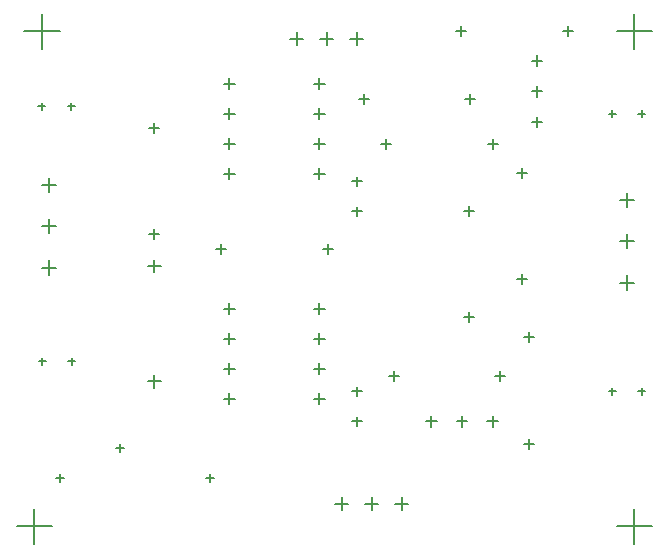
<source format=gbr>
G04*
G04 #@! TF.GenerationSoftware,Altium Limited,Altium Designer,22.11.1 (43)*
G04*
G04 Layer_Color=128*
%FSLAX25Y25*%
%MOIN*%
G70*
G04*
G04 #@! TF.SameCoordinates,34BA6C89-1513-464C-97D9-C909BE296102*
G04*
G04*
G04 #@! TF.FilePolarity,Positive*
G04*
G01*
G75*
%ADD54C,0.00500*%
D54*
X165965Y50000D02*
X169508D01*
X167736Y48228D02*
Y51772D01*
X145492Y50000D02*
X149035D01*
X147264Y48228D02*
Y51772D01*
X155728Y50000D02*
X159272D01*
X157500Y48228D02*
Y51772D01*
X180728Y149764D02*
X184272D01*
X182500Y147992D02*
Y151535D01*
X180728Y170236D02*
X184272D01*
X182500Y168465D02*
Y172008D01*
X180728Y160000D02*
X184272D01*
X182500Y158228D02*
Y161772D01*
X135335Y22500D02*
X139665D01*
X137500Y20335D02*
Y24665D01*
X125335Y22500D02*
X129665D01*
X127500Y20335D02*
Y24665D01*
X115335Y22500D02*
X119665D01*
X117500Y20335D02*
Y24665D01*
X120925Y130000D02*
X124075D01*
X122500Y128425D02*
Y131575D01*
X120925Y120000D02*
X124075D01*
X122500Y118425D02*
Y121575D01*
X9094Y15000D02*
X20906D01*
X15000Y9094D02*
Y20906D01*
X209095Y15000D02*
X220905D01*
X215000Y9094D02*
Y20906D01*
X209095Y180000D02*
X220905D01*
X215000Y174094D02*
Y185906D01*
X11594Y180000D02*
X23405D01*
X17500Y174094D02*
Y185906D01*
X178327Y77933D02*
X181673D01*
X180000Y76260D02*
Y79606D01*
X178327Y42500D02*
X181673D01*
X180000Y40827D02*
Y44173D01*
X216240Y60000D02*
X218602D01*
X217421Y58819D02*
Y61181D01*
X206398Y60000D02*
X208760D01*
X207579Y58819D02*
Y61181D01*
X16398Y70000D02*
X18760D01*
X17579Y68819D02*
Y71181D01*
X26240Y70000D02*
X28602D01*
X27421Y68819D02*
Y71181D01*
X26161Y155000D02*
X28524D01*
X27343Y153819D02*
Y156181D01*
X16319Y155000D02*
X18681D01*
X17500Y153819D02*
Y156181D01*
X206398Y152500D02*
X208760D01*
X207579Y151319D02*
Y153681D01*
X216240Y152500D02*
X218602D01*
X217421Y151319D02*
Y153681D01*
X72106Y31004D02*
X74862D01*
X73484Y29626D02*
Y32382D01*
X42106Y41004D02*
X44862D01*
X43484Y39626D02*
Y42382D01*
X22106Y31004D02*
X24862D01*
X23484Y29626D02*
Y32382D01*
X120925Y60000D02*
X124075D01*
X122500Y58425D02*
Y61575D01*
X120925Y50000D02*
X124075D01*
X122500Y48425D02*
Y51575D01*
X78228Y162500D02*
X81772D01*
X80000Y160728D02*
Y164272D01*
X78228Y152500D02*
X81772D01*
X80000Y150728D02*
Y154272D01*
X78228Y142500D02*
X81772D01*
X80000Y140728D02*
Y144272D01*
X78228Y132500D02*
X81772D01*
X80000Y130728D02*
Y134272D01*
X108228Y162500D02*
X111772D01*
X110000Y160728D02*
Y164272D01*
X108228Y152500D02*
X111772D01*
X110000Y150728D02*
Y154272D01*
X108228Y142500D02*
X111772D01*
X110000Y140728D02*
Y144272D01*
X108228Y132500D02*
X111772D01*
X110000Y130728D02*
Y134272D01*
X78228Y87500D02*
X81772D01*
X80000Y85728D02*
Y89272D01*
X78228Y77500D02*
X81772D01*
X80000Y75728D02*
Y79272D01*
X78228Y67500D02*
X81772D01*
X80000Y65728D02*
Y69272D01*
X78228Y57500D02*
X81772D01*
X80000Y55728D02*
Y59272D01*
X108228Y87500D02*
X111772D01*
X110000Y85728D02*
Y89272D01*
X108228Y77500D02*
X111772D01*
X110000Y75728D02*
Y79272D01*
X108228Y67500D02*
X111772D01*
X110000Y65728D02*
Y69272D01*
X108228Y57500D02*
X111772D01*
X110000Y55728D02*
Y59272D01*
X120335Y177500D02*
X124665D01*
X122500Y175335D02*
Y179665D01*
X110335Y177500D02*
X114665D01*
X112500Y175335D02*
Y179665D01*
X100335Y177500D02*
X104665D01*
X102500Y175335D02*
Y179665D01*
X155610Y180000D02*
X158957D01*
X157283Y178327D02*
Y181673D01*
X191043Y180000D02*
X194390D01*
X192717Y178327D02*
Y181673D01*
X53327Y112284D02*
X56673D01*
X55000Y110610D02*
Y113957D01*
X53327Y147716D02*
X56673D01*
X55000Y146043D02*
Y149390D01*
X123110Y157500D02*
X126457D01*
X124784Y155827D02*
Y159173D01*
X158543Y157500D02*
X161890D01*
X160216Y155827D02*
Y159173D01*
X52933Y63256D02*
X57067D01*
X55000Y61189D02*
Y65323D01*
X52933Y101744D02*
X57067D01*
X55000Y99677D02*
Y103811D01*
X210138Y110000D02*
X214862D01*
X212500Y107638D02*
Y112362D01*
X210138Y96220D02*
X214862D01*
X212500Y93858D02*
Y98583D01*
X210138Y123779D02*
X214862D01*
X212500Y121417D02*
Y126142D01*
X17638Y115000D02*
X22362D01*
X20000Y112638D02*
Y117362D01*
X17638Y128779D02*
X22362D01*
X20000Y126417D02*
Y131142D01*
X17638Y101221D02*
X22362D01*
X20000Y98858D02*
Y103583D01*
X130610Y142500D02*
X133957D01*
X132283Y140827D02*
Y144173D01*
X166043Y142500D02*
X169390D01*
X167717Y140827D02*
Y144173D01*
X75610Y107500D02*
X78957D01*
X77284Y105827D02*
Y109173D01*
X111043Y107500D02*
X114390D01*
X112716Y105827D02*
Y109173D01*
X175827Y97284D02*
X179173D01*
X177500Y95610D02*
Y98957D01*
X175827Y132717D02*
X179173D01*
X177500Y131043D02*
Y134390D01*
X158327Y84784D02*
X161673D01*
X160000Y83110D02*
Y86457D01*
X158327Y120217D02*
X161673D01*
X160000Y118543D02*
Y121890D01*
X133110Y65000D02*
X136457D01*
X134783Y63327D02*
Y66673D01*
X168543Y65000D02*
X171890D01*
X170217Y63327D02*
Y66673D01*
M02*

</source>
